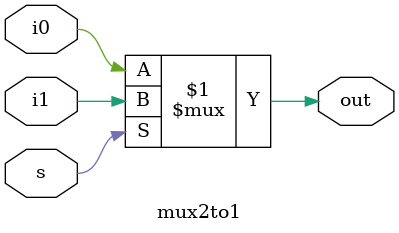
<source format=v>
module mux2to1(i0,i1,s,out);
	input wire i0,i1,s;
	output wire out;
	assign out= s? i1:i0;
endmodule 
</source>
